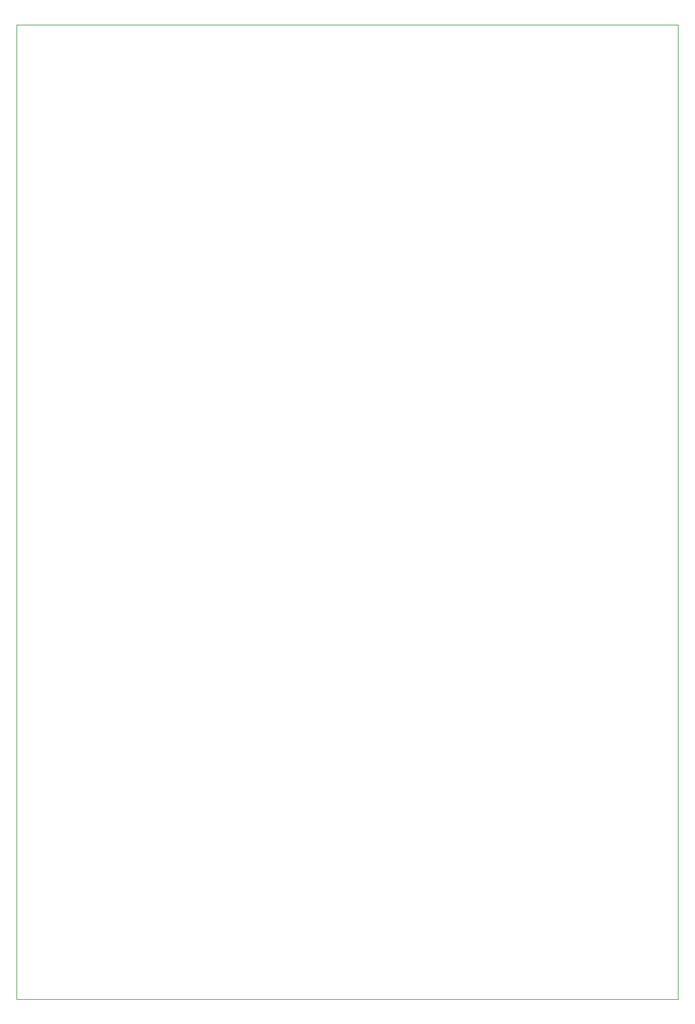
<source format=gbr>
%TF.GenerationSoftware,KiCad,Pcbnew,9.0.6*%
%TF.CreationDate,2025-12-23T13:14:01+01:00*%
%TF.ProjectId,MainBoard,4d61696e-426f-4617-9264-2e6b69636164,rev?*%
%TF.SameCoordinates,Original*%
%TF.FileFunction,Profile,NP*%
%FSLAX46Y46*%
G04 Gerber Fmt 4.6, Leading zero omitted, Abs format (unit mm)*
G04 Created by KiCad (PCBNEW 9.0.6) date 2025-12-23 13:14:01*
%MOMM*%
%LPD*%
G01*
G04 APERTURE LIST*
%TA.AperFunction,Profile*%
%ADD10C,0.050000*%
%TD*%
G04 APERTURE END LIST*
D10*
X27500000Y-42500000D02*
X122500000Y-42500000D01*
X122500000Y-182500000D01*
X27500000Y-182500000D01*
X27500000Y-42500000D01*
M02*

</source>
